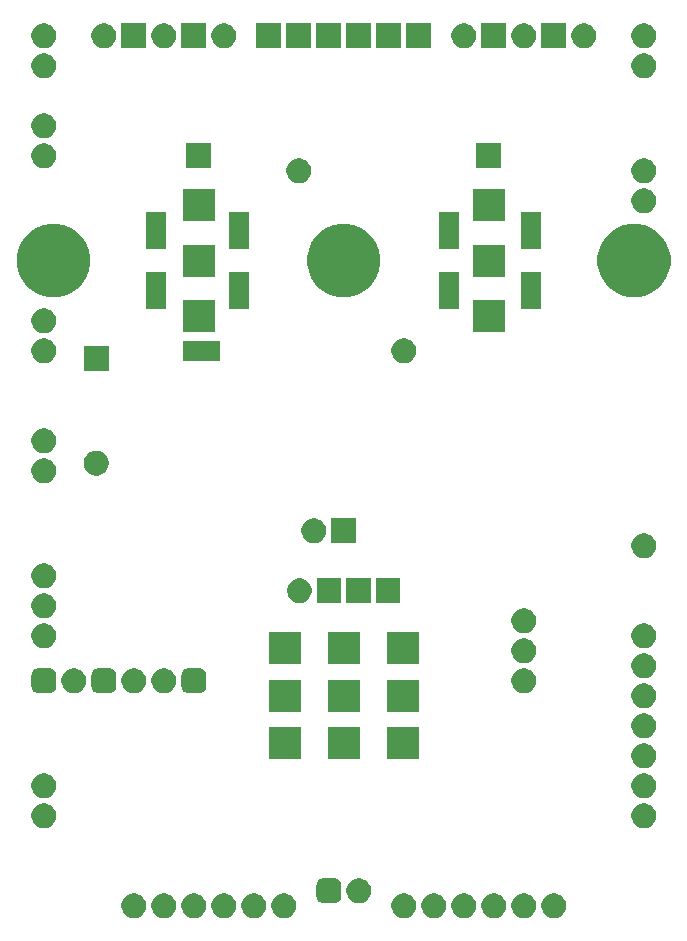
<source format=gbr>
G04 #@! TF.GenerationSoftware,KiCad,Pcbnew,5.1.6-c6e7f7d~87~ubuntu19.10.1*
G04 #@! TF.CreationDate,2023-03-12T15:13:21+06:00*
G04 #@! TF.ProjectId,little_angel_chorus_r2a,6c697474-6c65-45f6-916e-67656c5f6368,2A*
G04 #@! TF.SameCoordinates,Original*
G04 #@! TF.FileFunction,Soldermask,Bot*
G04 #@! TF.FilePolarity,Negative*
%FSLAX46Y46*%
G04 Gerber Fmt 4.6, Leading zero omitted, Abs format (unit mm)*
G04 Created by KiCad (PCBNEW 5.1.6-c6e7f7d~87~ubuntu19.10.1) date 2023-03-12 15:13:21*
%MOMM*%
%LPD*%
G01*
G04 APERTURE LIST*
%ADD10C,0.100000*%
G04 APERTURE END LIST*
D10*
G36*
X123496274Y-200920350D02*
G01*
X123687362Y-200999502D01*
X123859336Y-201114411D01*
X124005589Y-201260664D01*
X124120498Y-201432638D01*
X124199650Y-201623726D01*
X124240000Y-201826584D01*
X124240000Y-202033416D01*
X124199650Y-202236274D01*
X124120498Y-202427362D01*
X124005589Y-202599336D01*
X123859336Y-202745589D01*
X123687362Y-202860498D01*
X123496274Y-202939650D01*
X123293416Y-202980000D01*
X123086584Y-202980000D01*
X122883726Y-202939650D01*
X122692638Y-202860498D01*
X122520664Y-202745589D01*
X122374411Y-202599336D01*
X122259502Y-202427362D01*
X122180350Y-202236274D01*
X122140000Y-202033416D01*
X122140000Y-201826584D01*
X122180350Y-201623726D01*
X122259502Y-201432638D01*
X122374411Y-201260664D01*
X122520664Y-201114411D01*
X122692638Y-200999502D01*
X122883726Y-200920350D01*
X123086584Y-200880000D01*
X123293416Y-200880000D01*
X123496274Y-200920350D01*
G37*
G36*
X120956274Y-200920350D02*
G01*
X121147362Y-200999502D01*
X121319336Y-201114411D01*
X121465589Y-201260664D01*
X121580498Y-201432638D01*
X121659650Y-201623726D01*
X121700000Y-201826584D01*
X121700000Y-202033416D01*
X121659650Y-202236274D01*
X121580498Y-202427362D01*
X121465589Y-202599336D01*
X121319336Y-202745589D01*
X121147362Y-202860498D01*
X120956274Y-202939650D01*
X120753416Y-202980000D01*
X120546584Y-202980000D01*
X120343726Y-202939650D01*
X120152638Y-202860498D01*
X119980664Y-202745589D01*
X119834411Y-202599336D01*
X119719502Y-202427362D01*
X119640350Y-202236274D01*
X119600000Y-202033416D01*
X119600000Y-201826584D01*
X119640350Y-201623726D01*
X119719502Y-201432638D01*
X119834411Y-201260664D01*
X119980664Y-201114411D01*
X120152638Y-200999502D01*
X120343726Y-200920350D01*
X120546584Y-200880000D01*
X120753416Y-200880000D01*
X120956274Y-200920350D01*
G37*
G36*
X93016274Y-200920350D02*
G01*
X93207362Y-200999502D01*
X93379336Y-201114411D01*
X93525589Y-201260664D01*
X93640498Y-201432638D01*
X93719650Y-201623726D01*
X93760000Y-201826584D01*
X93760000Y-202033416D01*
X93719650Y-202236274D01*
X93640498Y-202427362D01*
X93525589Y-202599336D01*
X93379336Y-202745589D01*
X93207362Y-202860498D01*
X93016274Y-202939650D01*
X92813416Y-202980000D01*
X92606584Y-202980000D01*
X92403726Y-202939650D01*
X92212638Y-202860498D01*
X92040664Y-202745589D01*
X91894411Y-202599336D01*
X91779502Y-202427362D01*
X91700350Y-202236274D01*
X91660000Y-202033416D01*
X91660000Y-201826584D01*
X91700350Y-201623726D01*
X91779502Y-201432638D01*
X91894411Y-201260664D01*
X92040664Y-201114411D01*
X92212638Y-200999502D01*
X92403726Y-200920350D01*
X92606584Y-200880000D01*
X92813416Y-200880000D01*
X93016274Y-200920350D01*
G37*
G36*
X90476274Y-200920350D02*
G01*
X90667362Y-200999502D01*
X90839336Y-201114411D01*
X90985589Y-201260664D01*
X91100498Y-201432638D01*
X91179650Y-201623726D01*
X91220000Y-201826584D01*
X91220000Y-202033416D01*
X91179650Y-202236274D01*
X91100498Y-202427362D01*
X90985589Y-202599336D01*
X90839336Y-202745589D01*
X90667362Y-202860498D01*
X90476274Y-202939650D01*
X90273416Y-202980000D01*
X90066584Y-202980000D01*
X89863726Y-202939650D01*
X89672638Y-202860498D01*
X89500664Y-202745589D01*
X89354411Y-202599336D01*
X89239502Y-202427362D01*
X89160350Y-202236274D01*
X89120000Y-202033416D01*
X89120000Y-201826584D01*
X89160350Y-201623726D01*
X89239502Y-201432638D01*
X89354411Y-201260664D01*
X89500664Y-201114411D01*
X89672638Y-200999502D01*
X89863726Y-200920350D01*
X90066584Y-200880000D01*
X90273416Y-200880000D01*
X90476274Y-200920350D01*
G37*
G36*
X87936274Y-200920350D02*
G01*
X88127362Y-200999502D01*
X88299336Y-201114411D01*
X88445589Y-201260664D01*
X88560498Y-201432638D01*
X88639650Y-201623726D01*
X88680000Y-201826584D01*
X88680000Y-202033416D01*
X88639650Y-202236274D01*
X88560498Y-202427362D01*
X88445589Y-202599336D01*
X88299336Y-202745589D01*
X88127362Y-202860498D01*
X87936274Y-202939650D01*
X87733416Y-202980000D01*
X87526584Y-202980000D01*
X87323726Y-202939650D01*
X87132638Y-202860498D01*
X86960664Y-202745589D01*
X86814411Y-202599336D01*
X86699502Y-202427362D01*
X86620350Y-202236274D01*
X86580000Y-202033416D01*
X86580000Y-201826584D01*
X86620350Y-201623726D01*
X86699502Y-201432638D01*
X86814411Y-201260664D01*
X86960664Y-201114411D01*
X87132638Y-200999502D01*
X87323726Y-200920350D01*
X87526584Y-200880000D01*
X87733416Y-200880000D01*
X87936274Y-200920350D01*
G37*
G36*
X100636274Y-200920350D02*
G01*
X100827362Y-200999502D01*
X100999336Y-201114411D01*
X101145589Y-201260664D01*
X101260498Y-201432638D01*
X101339650Y-201623726D01*
X101380000Y-201826584D01*
X101380000Y-202033416D01*
X101339650Y-202236274D01*
X101260498Y-202427362D01*
X101145589Y-202599336D01*
X100999336Y-202745589D01*
X100827362Y-202860498D01*
X100636274Y-202939650D01*
X100433416Y-202980000D01*
X100226584Y-202980000D01*
X100023726Y-202939650D01*
X99832638Y-202860498D01*
X99660664Y-202745589D01*
X99514411Y-202599336D01*
X99399502Y-202427362D01*
X99320350Y-202236274D01*
X99280000Y-202033416D01*
X99280000Y-201826584D01*
X99320350Y-201623726D01*
X99399502Y-201432638D01*
X99514411Y-201260664D01*
X99660664Y-201114411D01*
X99832638Y-200999502D01*
X100023726Y-200920350D01*
X100226584Y-200880000D01*
X100433416Y-200880000D01*
X100636274Y-200920350D01*
G37*
G36*
X98096274Y-200920350D02*
G01*
X98287362Y-200999502D01*
X98459336Y-201114411D01*
X98605589Y-201260664D01*
X98720498Y-201432638D01*
X98799650Y-201623726D01*
X98840000Y-201826584D01*
X98840000Y-202033416D01*
X98799650Y-202236274D01*
X98720498Y-202427362D01*
X98605589Y-202599336D01*
X98459336Y-202745589D01*
X98287362Y-202860498D01*
X98096274Y-202939650D01*
X97893416Y-202980000D01*
X97686584Y-202980000D01*
X97483726Y-202939650D01*
X97292638Y-202860498D01*
X97120664Y-202745589D01*
X96974411Y-202599336D01*
X96859502Y-202427362D01*
X96780350Y-202236274D01*
X96740000Y-202033416D01*
X96740000Y-201826584D01*
X96780350Y-201623726D01*
X96859502Y-201432638D01*
X96974411Y-201260664D01*
X97120664Y-201114411D01*
X97292638Y-200999502D01*
X97483726Y-200920350D01*
X97686584Y-200880000D01*
X97893416Y-200880000D01*
X98096274Y-200920350D01*
G37*
G36*
X110796274Y-200920350D02*
G01*
X110987362Y-200999502D01*
X111159336Y-201114411D01*
X111305589Y-201260664D01*
X111420498Y-201432638D01*
X111499650Y-201623726D01*
X111540000Y-201826584D01*
X111540000Y-202033416D01*
X111499650Y-202236274D01*
X111420498Y-202427362D01*
X111305589Y-202599336D01*
X111159336Y-202745589D01*
X110987362Y-202860498D01*
X110796274Y-202939650D01*
X110593416Y-202980000D01*
X110386584Y-202980000D01*
X110183726Y-202939650D01*
X109992638Y-202860498D01*
X109820664Y-202745589D01*
X109674411Y-202599336D01*
X109559502Y-202427362D01*
X109480350Y-202236274D01*
X109440000Y-202033416D01*
X109440000Y-201826584D01*
X109480350Y-201623726D01*
X109559502Y-201432638D01*
X109674411Y-201260664D01*
X109820664Y-201114411D01*
X109992638Y-200999502D01*
X110183726Y-200920350D01*
X110386584Y-200880000D01*
X110593416Y-200880000D01*
X110796274Y-200920350D01*
G37*
G36*
X113336274Y-200920350D02*
G01*
X113527362Y-200999502D01*
X113699336Y-201114411D01*
X113845589Y-201260664D01*
X113960498Y-201432638D01*
X114039650Y-201623726D01*
X114080000Y-201826584D01*
X114080000Y-202033416D01*
X114039650Y-202236274D01*
X113960498Y-202427362D01*
X113845589Y-202599336D01*
X113699336Y-202745589D01*
X113527362Y-202860498D01*
X113336274Y-202939650D01*
X113133416Y-202980000D01*
X112926584Y-202980000D01*
X112723726Y-202939650D01*
X112532638Y-202860498D01*
X112360664Y-202745589D01*
X112214411Y-202599336D01*
X112099502Y-202427362D01*
X112020350Y-202236274D01*
X111980000Y-202033416D01*
X111980000Y-201826584D01*
X112020350Y-201623726D01*
X112099502Y-201432638D01*
X112214411Y-201260664D01*
X112360664Y-201114411D01*
X112532638Y-200999502D01*
X112723726Y-200920350D01*
X112926584Y-200880000D01*
X113133416Y-200880000D01*
X113336274Y-200920350D01*
G37*
G36*
X115876274Y-200920350D02*
G01*
X116067362Y-200999502D01*
X116239336Y-201114411D01*
X116385589Y-201260664D01*
X116500498Y-201432638D01*
X116579650Y-201623726D01*
X116620000Y-201826584D01*
X116620000Y-202033416D01*
X116579650Y-202236274D01*
X116500498Y-202427362D01*
X116385589Y-202599336D01*
X116239336Y-202745589D01*
X116067362Y-202860498D01*
X115876274Y-202939650D01*
X115673416Y-202980000D01*
X115466584Y-202980000D01*
X115263726Y-202939650D01*
X115072638Y-202860498D01*
X114900664Y-202745589D01*
X114754411Y-202599336D01*
X114639502Y-202427362D01*
X114560350Y-202236274D01*
X114520000Y-202033416D01*
X114520000Y-201826584D01*
X114560350Y-201623726D01*
X114639502Y-201432638D01*
X114754411Y-201260664D01*
X114900664Y-201114411D01*
X115072638Y-200999502D01*
X115263726Y-200920350D01*
X115466584Y-200880000D01*
X115673416Y-200880000D01*
X115876274Y-200920350D01*
G37*
G36*
X118416274Y-200920350D02*
G01*
X118607362Y-200999502D01*
X118779336Y-201114411D01*
X118925589Y-201260664D01*
X119040498Y-201432638D01*
X119119650Y-201623726D01*
X119160000Y-201826584D01*
X119160000Y-202033416D01*
X119119650Y-202236274D01*
X119040498Y-202427362D01*
X118925589Y-202599336D01*
X118779336Y-202745589D01*
X118607362Y-202860498D01*
X118416274Y-202939650D01*
X118213416Y-202980000D01*
X118006584Y-202980000D01*
X117803726Y-202939650D01*
X117612638Y-202860498D01*
X117440664Y-202745589D01*
X117294411Y-202599336D01*
X117179502Y-202427362D01*
X117100350Y-202236274D01*
X117060000Y-202033416D01*
X117060000Y-201826584D01*
X117100350Y-201623726D01*
X117179502Y-201432638D01*
X117294411Y-201260664D01*
X117440664Y-201114411D01*
X117612638Y-200999502D01*
X117803726Y-200920350D01*
X118006584Y-200880000D01*
X118213416Y-200880000D01*
X118416274Y-200920350D01*
G37*
G36*
X95556274Y-200920350D02*
G01*
X95747362Y-200999502D01*
X95919336Y-201114411D01*
X96065589Y-201260664D01*
X96180498Y-201432638D01*
X96259650Y-201623726D01*
X96300000Y-201826584D01*
X96300000Y-202033416D01*
X96259650Y-202236274D01*
X96180498Y-202427362D01*
X96065589Y-202599336D01*
X95919336Y-202745589D01*
X95747362Y-202860498D01*
X95556274Y-202939650D01*
X95353416Y-202980000D01*
X95146584Y-202980000D01*
X94943726Y-202939650D01*
X94752638Y-202860498D01*
X94580664Y-202745589D01*
X94434411Y-202599336D01*
X94319502Y-202427362D01*
X94240350Y-202236274D01*
X94200000Y-202033416D01*
X94200000Y-201826584D01*
X94240350Y-201623726D01*
X94319502Y-201432638D01*
X94434411Y-201260664D01*
X94580664Y-201114411D01*
X94752638Y-200999502D01*
X94943726Y-200920350D01*
X95146584Y-200880000D01*
X95353416Y-200880000D01*
X95556274Y-200920350D01*
G37*
G36*
X104715007Y-199621811D02*
G01*
X104825599Y-199655358D01*
X104927517Y-199709834D01*
X105016851Y-199783149D01*
X105090166Y-199872483D01*
X105144642Y-199974401D01*
X105178189Y-200084993D01*
X105190000Y-200204908D01*
X105190000Y-201115092D01*
X105178189Y-201235007D01*
X105144642Y-201345599D01*
X105090166Y-201447517D01*
X105016851Y-201536851D01*
X104927517Y-201610166D01*
X104825599Y-201664642D01*
X104715007Y-201698189D01*
X104595092Y-201710000D01*
X103684908Y-201710000D01*
X103564993Y-201698189D01*
X103454401Y-201664642D01*
X103352483Y-201610166D01*
X103263149Y-201536851D01*
X103189834Y-201447517D01*
X103135358Y-201345599D01*
X103101811Y-201235007D01*
X103090000Y-201115092D01*
X103090000Y-200204908D01*
X103101811Y-200084993D01*
X103135358Y-199974401D01*
X103189834Y-199872483D01*
X103263149Y-199783149D01*
X103352483Y-199709834D01*
X103454401Y-199655358D01*
X103564993Y-199621811D01*
X103684908Y-199610000D01*
X104595092Y-199610000D01*
X104715007Y-199621811D01*
G37*
G36*
X106986274Y-199650350D02*
G01*
X107177362Y-199729502D01*
X107349336Y-199844411D01*
X107495589Y-199990664D01*
X107610498Y-200162638D01*
X107689650Y-200353726D01*
X107730000Y-200556584D01*
X107730000Y-200763416D01*
X107689650Y-200966274D01*
X107610498Y-201157362D01*
X107495589Y-201329336D01*
X107349336Y-201475589D01*
X107177362Y-201590498D01*
X106986274Y-201669650D01*
X106783416Y-201710000D01*
X106576584Y-201710000D01*
X106373726Y-201669650D01*
X106182638Y-201590498D01*
X106010664Y-201475589D01*
X105864411Y-201329336D01*
X105749502Y-201157362D01*
X105670350Y-200966274D01*
X105630000Y-200763416D01*
X105630000Y-200556584D01*
X105670350Y-200353726D01*
X105749502Y-200162638D01*
X105864411Y-199990664D01*
X106010664Y-199844411D01*
X106182638Y-199729502D01*
X106373726Y-199650350D01*
X106576584Y-199610000D01*
X106783416Y-199610000D01*
X106986274Y-199650350D01*
G37*
G36*
X80316274Y-193300350D02*
G01*
X80507362Y-193379502D01*
X80679336Y-193494411D01*
X80825589Y-193640664D01*
X80940498Y-193812638D01*
X81019650Y-194003726D01*
X81060000Y-194206584D01*
X81060000Y-194413416D01*
X81019650Y-194616274D01*
X80940498Y-194807362D01*
X80825589Y-194979336D01*
X80679336Y-195125589D01*
X80507362Y-195240498D01*
X80316274Y-195319650D01*
X80113416Y-195360000D01*
X79906584Y-195360000D01*
X79703726Y-195319650D01*
X79512638Y-195240498D01*
X79340664Y-195125589D01*
X79194411Y-194979336D01*
X79079502Y-194807362D01*
X79000350Y-194616274D01*
X78960000Y-194413416D01*
X78960000Y-194206584D01*
X79000350Y-194003726D01*
X79079502Y-193812638D01*
X79194411Y-193640664D01*
X79340664Y-193494411D01*
X79512638Y-193379502D01*
X79703726Y-193300350D01*
X79906584Y-193260000D01*
X80113416Y-193260000D01*
X80316274Y-193300350D01*
G37*
G36*
X131116274Y-193300350D02*
G01*
X131307362Y-193379502D01*
X131479336Y-193494411D01*
X131625589Y-193640664D01*
X131740498Y-193812638D01*
X131819650Y-194003726D01*
X131860000Y-194206584D01*
X131860000Y-194413416D01*
X131819650Y-194616274D01*
X131740498Y-194807362D01*
X131625589Y-194979336D01*
X131479336Y-195125589D01*
X131307362Y-195240498D01*
X131116274Y-195319650D01*
X130913416Y-195360000D01*
X130706584Y-195360000D01*
X130503726Y-195319650D01*
X130312638Y-195240498D01*
X130140664Y-195125589D01*
X129994411Y-194979336D01*
X129879502Y-194807362D01*
X129800350Y-194616274D01*
X129760000Y-194413416D01*
X129760000Y-194206584D01*
X129800350Y-194003726D01*
X129879502Y-193812638D01*
X129994411Y-193640664D01*
X130140664Y-193494411D01*
X130312638Y-193379502D01*
X130503726Y-193300350D01*
X130706584Y-193260000D01*
X130913416Y-193260000D01*
X131116274Y-193300350D01*
G37*
G36*
X131116274Y-190760350D02*
G01*
X131307362Y-190839502D01*
X131479336Y-190954411D01*
X131625589Y-191100664D01*
X131740498Y-191272638D01*
X131819650Y-191463726D01*
X131860000Y-191666584D01*
X131860000Y-191873416D01*
X131819650Y-192076274D01*
X131740498Y-192267362D01*
X131625589Y-192439336D01*
X131479336Y-192585589D01*
X131307362Y-192700498D01*
X131116274Y-192779650D01*
X130913416Y-192820000D01*
X130706584Y-192820000D01*
X130503726Y-192779650D01*
X130312638Y-192700498D01*
X130140664Y-192585589D01*
X129994411Y-192439336D01*
X129879502Y-192267362D01*
X129800350Y-192076274D01*
X129760000Y-191873416D01*
X129760000Y-191666584D01*
X129800350Y-191463726D01*
X129879502Y-191272638D01*
X129994411Y-191100664D01*
X130140664Y-190954411D01*
X130312638Y-190839502D01*
X130503726Y-190760350D01*
X130706584Y-190720000D01*
X130913416Y-190720000D01*
X131116274Y-190760350D01*
G37*
G36*
X80316274Y-190760350D02*
G01*
X80507362Y-190839502D01*
X80679336Y-190954411D01*
X80825589Y-191100664D01*
X80940498Y-191272638D01*
X81019650Y-191463726D01*
X81060000Y-191666584D01*
X81060000Y-191873416D01*
X81019650Y-192076274D01*
X80940498Y-192267362D01*
X80825589Y-192439336D01*
X80679336Y-192585589D01*
X80507362Y-192700498D01*
X80316274Y-192779650D01*
X80113416Y-192820000D01*
X79906584Y-192820000D01*
X79703726Y-192779650D01*
X79512638Y-192700498D01*
X79340664Y-192585589D01*
X79194411Y-192439336D01*
X79079502Y-192267362D01*
X79000350Y-192076274D01*
X78960000Y-191873416D01*
X78960000Y-191666584D01*
X79000350Y-191463726D01*
X79079502Y-191272638D01*
X79194411Y-191100664D01*
X79340664Y-190954411D01*
X79512638Y-190839502D01*
X79703726Y-190760350D01*
X79906584Y-190720000D01*
X80113416Y-190720000D01*
X80316274Y-190760350D01*
G37*
G36*
X131116274Y-188220350D02*
G01*
X131307362Y-188299502D01*
X131479336Y-188414411D01*
X131625589Y-188560664D01*
X131740498Y-188732638D01*
X131819650Y-188923726D01*
X131860000Y-189126584D01*
X131860000Y-189333416D01*
X131819650Y-189536274D01*
X131740498Y-189727362D01*
X131625589Y-189899336D01*
X131479336Y-190045589D01*
X131307362Y-190160498D01*
X131116274Y-190239650D01*
X130913416Y-190280000D01*
X130706584Y-190280000D01*
X130503726Y-190239650D01*
X130312638Y-190160498D01*
X130140664Y-190045589D01*
X129994411Y-189899336D01*
X129879502Y-189727362D01*
X129800350Y-189536274D01*
X129760000Y-189333416D01*
X129760000Y-189126584D01*
X129800350Y-188923726D01*
X129879502Y-188732638D01*
X129994411Y-188560664D01*
X130140664Y-188414411D01*
X130312638Y-188299502D01*
X130503726Y-188220350D01*
X130706584Y-188180000D01*
X130913416Y-188180000D01*
X131116274Y-188220350D01*
G37*
G36*
X101760000Y-189500000D02*
G01*
X99060000Y-189500000D01*
X99060000Y-186800000D01*
X101760000Y-186800000D01*
X101760000Y-189500000D01*
G37*
G36*
X106760000Y-189500000D02*
G01*
X104060000Y-189500000D01*
X104060000Y-186800000D01*
X106760000Y-186800000D01*
X106760000Y-189500000D01*
G37*
G36*
X111760000Y-189500000D02*
G01*
X109060000Y-189500000D01*
X109060000Y-186800000D01*
X111760000Y-186800000D01*
X111760000Y-189500000D01*
G37*
G36*
X131116274Y-185680350D02*
G01*
X131307362Y-185759502D01*
X131479336Y-185874411D01*
X131625589Y-186020664D01*
X131740498Y-186192638D01*
X131819650Y-186383726D01*
X131860000Y-186586584D01*
X131860000Y-186793416D01*
X131819650Y-186996274D01*
X131740498Y-187187362D01*
X131625589Y-187359336D01*
X131479336Y-187505589D01*
X131307362Y-187620498D01*
X131116274Y-187699650D01*
X130913416Y-187740000D01*
X130706584Y-187740000D01*
X130503726Y-187699650D01*
X130312638Y-187620498D01*
X130140664Y-187505589D01*
X129994411Y-187359336D01*
X129879502Y-187187362D01*
X129800350Y-186996274D01*
X129760000Y-186793416D01*
X129760000Y-186586584D01*
X129800350Y-186383726D01*
X129879502Y-186192638D01*
X129994411Y-186020664D01*
X130140664Y-185874411D01*
X130312638Y-185759502D01*
X130503726Y-185680350D01*
X130706584Y-185640000D01*
X130913416Y-185640000D01*
X131116274Y-185680350D01*
G37*
G36*
X106760000Y-185500000D02*
G01*
X104060000Y-185500000D01*
X104060000Y-182800000D01*
X106760000Y-182800000D01*
X106760000Y-185500000D01*
G37*
G36*
X101760000Y-185500000D02*
G01*
X99060000Y-185500000D01*
X99060000Y-182800000D01*
X101760000Y-182800000D01*
X101760000Y-185500000D01*
G37*
G36*
X111760000Y-185500000D02*
G01*
X109060000Y-185500000D01*
X109060000Y-182800000D01*
X111760000Y-182800000D01*
X111760000Y-185500000D01*
G37*
G36*
X131116274Y-183140350D02*
G01*
X131307362Y-183219502D01*
X131479336Y-183334411D01*
X131625589Y-183480664D01*
X131740498Y-183652638D01*
X131819650Y-183843726D01*
X131860000Y-184046584D01*
X131860000Y-184253416D01*
X131819650Y-184456274D01*
X131740498Y-184647362D01*
X131625589Y-184819336D01*
X131479336Y-184965589D01*
X131307362Y-185080498D01*
X131116274Y-185159650D01*
X130913416Y-185200000D01*
X130706584Y-185200000D01*
X130503726Y-185159650D01*
X130312638Y-185080498D01*
X130140664Y-184965589D01*
X129994411Y-184819336D01*
X129879502Y-184647362D01*
X129800350Y-184456274D01*
X129760000Y-184253416D01*
X129760000Y-184046584D01*
X129800350Y-183843726D01*
X129879502Y-183652638D01*
X129994411Y-183480664D01*
X130140664Y-183334411D01*
X130312638Y-183219502D01*
X130503726Y-183140350D01*
X130706584Y-183100000D01*
X130913416Y-183100000D01*
X131116274Y-183140350D01*
G37*
G36*
X80585007Y-181841811D02*
G01*
X80695599Y-181875358D01*
X80797517Y-181929834D01*
X80886851Y-182003149D01*
X80960166Y-182092483D01*
X81014642Y-182194401D01*
X81048189Y-182304993D01*
X81060000Y-182424908D01*
X81060000Y-183335092D01*
X81048189Y-183455007D01*
X81014642Y-183565599D01*
X80960166Y-183667517D01*
X80886851Y-183756851D01*
X80797517Y-183830166D01*
X80695599Y-183884642D01*
X80585007Y-183918189D01*
X80465092Y-183930000D01*
X79554908Y-183930000D01*
X79434993Y-183918189D01*
X79324401Y-183884642D01*
X79222483Y-183830166D01*
X79133149Y-183756851D01*
X79059834Y-183667517D01*
X79005358Y-183565599D01*
X78971811Y-183455007D01*
X78960000Y-183335092D01*
X78960000Y-182424908D01*
X78971811Y-182304993D01*
X79005358Y-182194401D01*
X79059834Y-182092483D01*
X79133149Y-182003149D01*
X79222483Y-181929834D01*
X79324401Y-181875358D01*
X79434993Y-181841811D01*
X79554908Y-181830000D01*
X80465092Y-181830000D01*
X80585007Y-181841811D01*
G37*
G36*
X85665007Y-181841811D02*
G01*
X85775599Y-181875358D01*
X85877517Y-181929834D01*
X85966851Y-182003149D01*
X86040166Y-182092483D01*
X86094642Y-182194401D01*
X86128189Y-182304993D01*
X86140000Y-182424908D01*
X86140000Y-183335092D01*
X86128189Y-183455007D01*
X86094642Y-183565599D01*
X86040166Y-183667517D01*
X85966851Y-183756851D01*
X85877517Y-183830166D01*
X85775599Y-183884642D01*
X85665007Y-183918189D01*
X85545092Y-183930000D01*
X84634908Y-183930000D01*
X84514993Y-183918189D01*
X84404401Y-183884642D01*
X84302483Y-183830166D01*
X84213149Y-183756851D01*
X84139834Y-183667517D01*
X84085358Y-183565599D01*
X84051811Y-183455007D01*
X84040000Y-183335092D01*
X84040000Y-182424908D01*
X84051811Y-182304993D01*
X84085358Y-182194401D01*
X84139834Y-182092483D01*
X84213149Y-182003149D01*
X84302483Y-181929834D01*
X84404401Y-181875358D01*
X84514993Y-181841811D01*
X84634908Y-181830000D01*
X85545092Y-181830000D01*
X85665007Y-181841811D01*
G37*
G36*
X93285007Y-181841811D02*
G01*
X93395599Y-181875358D01*
X93497517Y-181929834D01*
X93586851Y-182003149D01*
X93660166Y-182092483D01*
X93714642Y-182194401D01*
X93748189Y-182304993D01*
X93760000Y-182424908D01*
X93760000Y-183335092D01*
X93748189Y-183455007D01*
X93714642Y-183565599D01*
X93660166Y-183667517D01*
X93586851Y-183756851D01*
X93497517Y-183830166D01*
X93395599Y-183884642D01*
X93285007Y-183918189D01*
X93165092Y-183930000D01*
X92254908Y-183930000D01*
X92134993Y-183918189D01*
X92024401Y-183884642D01*
X91922483Y-183830166D01*
X91833149Y-183756851D01*
X91759834Y-183667517D01*
X91705358Y-183565599D01*
X91671811Y-183455007D01*
X91660000Y-183335092D01*
X91660000Y-182424908D01*
X91671811Y-182304993D01*
X91705358Y-182194401D01*
X91759834Y-182092483D01*
X91833149Y-182003149D01*
X91922483Y-181929834D01*
X92024401Y-181875358D01*
X92134993Y-181841811D01*
X92254908Y-181830000D01*
X93165092Y-181830000D01*
X93285007Y-181841811D01*
G37*
G36*
X87936274Y-181870350D02*
G01*
X88127362Y-181949502D01*
X88299336Y-182064411D01*
X88445589Y-182210664D01*
X88560498Y-182382638D01*
X88639650Y-182573726D01*
X88680000Y-182776584D01*
X88680000Y-182983416D01*
X88639650Y-183186274D01*
X88560498Y-183377362D01*
X88445589Y-183549336D01*
X88299336Y-183695589D01*
X88127362Y-183810498D01*
X87936274Y-183889650D01*
X87733416Y-183930000D01*
X87526584Y-183930000D01*
X87323726Y-183889650D01*
X87132638Y-183810498D01*
X86960664Y-183695589D01*
X86814411Y-183549336D01*
X86699502Y-183377362D01*
X86620350Y-183186274D01*
X86580000Y-182983416D01*
X86580000Y-182776584D01*
X86620350Y-182573726D01*
X86699502Y-182382638D01*
X86814411Y-182210664D01*
X86960664Y-182064411D01*
X87132638Y-181949502D01*
X87323726Y-181870350D01*
X87526584Y-181830000D01*
X87733416Y-181830000D01*
X87936274Y-181870350D01*
G37*
G36*
X120956274Y-181870350D02*
G01*
X121147362Y-181949502D01*
X121319336Y-182064411D01*
X121465589Y-182210664D01*
X121580498Y-182382638D01*
X121659650Y-182573726D01*
X121700000Y-182776584D01*
X121700000Y-182983416D01*
X121659650Y-183186274D01*
X121580498Y-183377362D01*
X121465589Y-183549336D01*
X121319336Y-183695589D01*
X121147362Y-183810498D01*
X120956274Y-183889650D01*
X120753416Y-183930000D01*
X120546584Y-183930000D01*
X120343726Y-183889650D01*
X120152638Y-183810498D01*
X119980664Y-183695589D01*
X119834411Y-183549336D01*
X119719502Y-183377362D01*
X119640350Y-183186274D01*
X119600000Y-182983416D01*
X119600000Y-182776584D01*
X119640350Y-182573726D01*
X119719502Y-182382638D01*
X119834411Y-182210664D01*
X119980664Y-182064411D01*
X120152638Y-181949502D01*
X120343726Y-181870350D01*
X120546584Y-181830000D01*
X120753416Y-181830000D01*
X120956274Y-181870350D01*
G37*
G36*
X82856274Y-181870350D02*
G01*
X83047362Y-181949502D01*
X83219336Y-182064411D01*
X83365589Y-182210664D01*
X83480498Y-182382638D01*
X83559650Y-182573726D01*
X83600000Y-182776584D01*
X83600000Y-182983416D01*
X83559650Y-183186274D01*
X83480498Y-183377362D01*
X83365589Y-183549336D01*
X83219336Y-183695589D01*
X83047362Y-183810498D01*
X82856274Y-183889650D01*
X82653416Y-183930000D01*
X82446584Y-183930000D01*
X82243726Y-183889650D01*
X82052638Y-183810498D01*
X81880664Y-183695589D01*
X81734411Y-183549336D01*
X81619502Y-183377362D01*
X81540350Y-183186274D01*
X81500000Y-182983416D01*
X81500000Y-182776584D01*
X81540350Y-182573726D01*
X81619502Y-182382638D01*
X81734411Y-182210664D01*
X81880664Y-182064411D01*
X82052638Y-181949502D01*
X82243726Y-181870350D01*
X82446584Y-181830000D01*
X82653416Y-181830000D01*
X82856274Y-181870350D01*
G37*
G36*
X90476274Y-181870350D02*
G01*
X90667362Y-181949502D01*
X90839336Y-182064411D01*
X90985589Y-182210664D01*
X91100498Y-182382638D01*
X91179650Y-182573726D01*
X91220000Y-182776584D01*
X91220000Y-182983416D01*
X91179650Y-183186274D01*
X91100498Y-183377362D01*
X90985589Y-183549336D01*
X90839336Y-183695589D01*
X90667362Y-183810498D01*
X90476274Y-183889650D01*
X90273416Y-183930000D01*
X90066584Y-183930000D01*
X89863726Y-183889650D01*
X89672638Y-183810498D01*
X89500664Y-183695589D01*
X89354411Y-183549336D01*
X89239502Y-183377362D01*
X89160350Y-183186274D01*
X89120000Y-182983416D01*
X89120000Y-182776584D01*
X89160350Y-182573726D01*
X89239502Y-182382638D01*
X89354411Y-182210664D01*
X89500664Y-182064411D01*
X89672638Y-181949502D01*
X89863726Y-181870350D01*
X90066584Y-181830000D01*
X90273416Y-181830000D01*
X90476274Y-181870350D01*
G37*
G36*
X131116274Y-180600350D02*
G01*
X131307362Y-180679502D01*
X131479336Y-180794411D01*
X131625589Y-180940664D01*
X131740498Y-181112638D01*
X131819650Y-181303726D01*
X131860000Y-181506584D01*
X131860000Y-181713416D01*
X131819650Y-181916274D01*
X131740498Y-182107362D01*
X131625589Y-182279336D01*
X131479336Y-182425589D01*
X131307362Y-182540498D01*
X131116274Y-182619650D01*
X130913416Y-182660000D01*
X130706584Y-182660000D01*
X130503726Y-182619650D01*
X130312638Y-182540498D01*
X130140664Y-182425589D01*
X129994411Y-182279336D01*
X129879502Y-182107362D01*
X129800350Y-181916274D01*
X129760000Y-181713416D01*
X129760000Y-181506584D01*
X129800350Y-181303726D01*
X129879502Y-181112638D01*
X129994411Y-180940664D01*
X130140664Y-180794411D01*
X130312638Y-180679502D01*
X130503726Y-180600350D01*
X130706584Y-180560000D01*
X130913416Y-180560000D01*
X131116274Y-180600350D01*
G37*
G36*
X111760000Y-181500000D02*
G01*
X109060000Y-181500000D01*
X109060000Y-178800000D01*
X111760000Y-178800000D01*
X111760000Y-181500000D01*
G37*
G36*
X106760000Y-181500000D02*
G01*
X104060000Y-181500000D01*
X104060000Y-178800000D01*
X106760000Y-178800000D01*
X106760000Y-181500000D01*
G37*
G36*
X101760000Y-181500000D02*
G01*
X99060000Y-181500000D01*
X99060000Y-178800000D01*
X101760000Y-178800000D01*
X101760000Y-181500000D01*
G37*
G36*
X120956274Y-179330350D02*
G01*
X121147362Y-179409502D01*
X121319336Y-179524411D01*
X121465589Y-179670664D01*
X121580498Y-179842638D01*
X121659650Y-180033726D01*
X121700000Y-180236584D01*
X121700000Y-180443416D01*
X121659650Y-180646274D01*
X121580498Y-180837362D01*
X121465589Y-181009336D01*
X121319336Y-181155589D01*
X121147362Y-181270498D01*
X120956274Y-181349650D01*
X120753416Y-181390000D01*
X120546584Y-181390000D01*
X120343726Y-181349650D01*
X120152638Y-181270498D01*
X119980664Y-181155589D01*
X119834411Y-181009336D01*
X119719502Y-180837362D01*
X119640350Y-180646274D01*
X119600000Y-180443416D01*
X119600000Y-180236584D01*
X119640350Y-180033726D01*
X119719502Y-179842638D01*
X119834411Y-179670664D01*
X119980664Y-179524411D01*
X120152638Y-179409502D01*
X120343726Y-179330350D01*
X120546584Y-179290000D01*
X120753416Y-179290000D01*
X120956274Y-179330350D01*
G37*
G36*
X80316274Y-178060350D02*
G01*
X80507362Y-178139502D01*
X80679336Y-178254411D01*
X80825589Y-178400664D01*
X80940498Y-178572638D01*
X81019650Y-178763726D01*
X81060000Y-178966584D01*
X81060000Y-179173416D01*
X81019650Y-179376274D01*
X80940498Y-179567362D01*
X80825589Y-179739336D01*
X80679336Y-179885589D01*
X80507362Y-180000498D01*
X80316274Y-180079650D01*
X80113416Y-180120000D01*
X79906584Y-180120000D01*
X79703726Y-180079650D01*
X79512638Y-180000498D01*
X79340664Y-179885589D01*
X79194411Y-179739336D01*
X79079502Y-179567362D01*
X79000350Y-179376274D01*
X78960000Y-179173416D01*
X78960000Y-178966584D01*
X79000350Y-178763726D01*
X79079502Y-178572638D01*
X79194411Y-178400664D01*
X79340664Y-178254411D01*
X79512638Y-178139502D01*
X79703726Y-178060350D01*
X79906584Y-178020000D01*
X80113416Y-178020000D01*
X80316274Y-178060350D01*
G37*
G36*
X131116274Y-178060350D02*
G01*
X131307362Y-178139502D01*
X131479336Y-178254411D01*
X131625589Y-178400664D01*
X131740498Y-178572638D01*
X131819650Y-178763726D01*
X131860000Y-178966584D01*
X131860000Y-179173416D01*
X131819650Y-179376274D01*
X131740498Y-179567362D01*
X131625589Y-179739336D01*
X131479336Y-179885589D01*
X131307362Y-180000498D01*
X131116274Y-180079650D01*
X130913416Y-180120000D01*
X130706584Y-180120000D01*
X130503726Y-180079650D01*
X130312638Y-180000498D01*
X130140664Y-179885589D01*
X129994411Y-179739336D01*
X129879502Y-179567362D01*
X129800350Y-179376274D01*
X129760000Y-179173416D01*
X129760000Y-178966584D01*
X129800350Y-178763726D01*
X129879502Y-178572638D01*
X129994411Y-178400664D01*
X130140664Y-178254411D01*
X130312638Y-178139502D01*
X130503726Y-178060350D01*
X130706584Y-178020000D01*
X130913416Y-178020000D01*
X131116274Y-178060350D01*
G37*
G36*
X120956274Y-176790350D02*
G01*
X121147362Y-176869502D01*
X121319336Y-176984411D01*
X121465589Y-177130664D01*
X121580498Y-177302638D01*
X121659650Y-177493726D01*
X121700000Y-177696584D01*
X121700000Y-177903416D01*
X121659650Y-178106274D01*
X121580498Y-178297362D01*
X121465589Y-178469336D01*
X121319336Y-178615589D01*
X121147362Y-178730498D01*
X120956274Y-178809650D01*
X120753416Y-178850000D01*
X120546584Y-178850000D01*
X120343726Y-178809650D01*
X120152638Y-178730498D01*
X119980664Y-178615589D01*
X119834411Y-178469336D01*
X119719502Y-178297362D01*
X119640350Y-178106274D01*
X119600000Y-177903416D01*
X119600000Y-177696584D01*
X119640350Y-177493726D01*
X119719502Y-177302638D01*
X119834411Y-177130664D01*
X119980664Y-176984411D01*
X120152638Y-176869502D01*
X120343726Y-176790350D01*
X120546584Y-176750000D01*
X120753416Y-176750000D01*
X120956274Y-176790350D01*
G37*
G36*
X80316274Y-175520350D02*
G01*
X80507362Y-175599502D01*
X80679336Y-175714411D01*
X80825589Y-175860664D01*
X80940498Y-176032638D01*
X81019650Y-176223726D01*
X81060000Y-176426584D01*
X81060000Y-176633416D01*
X81019650Y-176836274D01*
X80940498Y-177027362D01*
X80825589Y-177199336D01*
X80679336Y-177345589D01*
X80507362Y-177460498D01*
X80316274Y-177539650D01*
X80113416Y-177580000D01*
X79906584Y-177580000D01*
X79703726Y-177539650D01*
X79512638Y-177460498D01*
X79340664Y-177345589D01*
X79194411Y-177199336D01*
X79079502Y-177027362D01*
X79000350Y-176836274D01*
X78960000Y-176633416D01*
X78960000Y-176426584D01*
X79000350Y-176223726D01*
X79079502Y-176032638D01*
X79194411Y-175860664D01*
X79340664Y-175714411D01*
X79512638Y-175599502D01*
X79703726Y-175520350D01*
X79906584Y-175480000D01*
X80113416Y-175480000D01*
X80316274Y-175520350D01*
G37*
G36*
X105210000Y-176310000D02*
G01*
X103110000Y-176310000D01*
X103110000Y-174210000D01*
X105210000Y-174210000D01*
X105210000Y-176310000D01*
G37*
G36*
X107710000Y-176310000D02*
G01*
X105610000Y-176310000D01*
X105610000Y-174210000D01*
X107710000Y-174210000D01*
X107710000Y-176310000D01*
G37*
G36*
X110210000Y-176310000D02*
G01*
X108110000Y-176310000D01*
X108110000Y-174210000D01*
X110210000Y-174210000D01*
X110210000Y-176310000D01*
G37*
G36*
X101966274Y-174250350D02*
G01*
X102157362Y-174329502D01*
X102329336Y-174444411D01*
X102475589Y-174590664D01*
X102590498Y-174762638D01*
X102669650Y-174953726D01*
X102710000Y-175156584D01*
X102710000Y-175363416D01*
X102669650Y-175566274D01*
X102590498Y-175757362D01*
X102475589Y-175929336D01*
X102329336Y-176075589D01*
X102157362Y-176190498D01*
X101966274Y-176269650D01*
X101763416Y-176310000D01*
X101556584Y-176310000D01*
X101353726Y-176269650D01*
X101162638Y-176190498D01*
X100990664Y-176075589D01*
X100844411Y-175929336D01*
X100729502Y-175757362D01*
X100650350Y-175566274D01*
X100610000Y-175363416D01*
X100610000Y-175156584D01*
X100650350Y-174953726D01*
X100729502Y-174762638D01*
X100844411Y-174590664D01*
X100990664Y-174444411D01*
X101162638Y-174329502D01*
X101353726Y-174250350D01*
X101556584Y-174210000D01*
X101763416Y-174210000D01*
X101966274Y-174250350D01*
G37*
G36*
X80316274Y-172980350D02*
G01*
X80507362Y-173059502D01*
X80679336Y-173174411D01*
X80825589Y-173320664D01*
X80940498Y-173492638D01*
X81019650Y-173683726D01*
X81060000Y-173886584D01*
X81060000Y-174093416D01*
X81019650Y-174296274D01*
X80940498Y-174487362D01*
X80825589Y-174659336D01*
X80679336Y-174805589D01*
X80507362Y-174920498D01*
X80316274Y-174999650D01*
X80113416Y-175040000D01*
X79906584Y-175040000D01*
X79703726Y-174999650D01*
X79512638Y-174920498D01*
X79340664Y-174805589D01*
X79194411Y-174659336D01*
X79079502Y-174487362D01*
X79000350Y-174296274D01*
X78960000Y-174093416D01*
X78960000Y-173886584D01*
X79000350Y-173683726D01*
X79079502Y-173492638D01*
X79194411Y-173320664D01*
X79340664Y-173174411D01*
X79512638Y-173059502D01*
X79703726Y-172980350D01*
X79906584Y-172940000D01*
X80113416Y-172940000D01*
X80316274Y-172980350D01*
G37*
G36*
X131116274Y-170440350D02*
G01*
X131307362Y-170519502D01*
X131479336Y-170634411D01*
X131625589Y-170780664D01*
X131740498Y-170952638D01*
X131819650Y-171143726D01*
X131860000Y-171346584D01*
X131860000Y-171553416D01*
X131819650Y-171756274D01*
X131740498Y-171947362D01*
X131625589Y-172119336D01*
X131479336Y-172265589D01*
X131307362Y-172380498D01*
X131116274Y-172459650D01*
X130913416Y-172500000D01*
X130706584Y-172500000D01*
X130503726Y-172459650D01*
X130312638Y-172380498D01*
X130140664Y-172265589D01*
X129994411Y-172119336D01*
X129879502Y-171947362D01*
X129800350Y-171756274D01*
X129760000Y-171553416D01*
X129760000Y-171346584D01*
X129800350Y-171143726D01*
X129879502Y-170952638D01*
X129994411Y-170780664D01*
X130140664Y-170634411D01*
X130312638Y-170519502D01*
X130503726Y-170440350D01*
X130706584Y-170400000D01*
X130913416Y-170400000D01*
X131116274Y-170440350D01*
G37*
G36*
X106460000Y-171230000D02*
G01*
X104360000Y-171230000D01*
X104360000Y-169130000D01*
X106460000Y-169130000D01*
X106460000Y-171230000D01*
G37*
G36*
X103176274Y-169170350D02*
G01*
X103367362Y-169249502D01*
X103539336Y-169364411D01*
X103685589Y-169510664D01*
X103800498Y-169682638D01*
X103879650Y-169873726D01*
X103920000Y-170076584D01*
X103920000Y-170283416D01*
X103879650Y-170486274D01*
X103800498Y-170677362D01*
X103685589Y-170849336D01*
X103539336Y-170995589D01*
X103367362Y-171110498D01*
X103176274Y-171189650D01*
X102973416Y-171230000D01*
X102766584Y-171230000D01*
X102563726Y-171189650D01*
X102372638Y-171110498D01*
X102200664Y-170995589D01*
X102054411Y-170849336D01*
X101939502Y-170677362D01*
X101860350Y-170486274D01*
X101820000Y-170283416D01*
X101820000Y-170076584D01*
X101860350Y-169873726D01*
X101939502Y-169682638D01*
X102054411Y-169510664D01*
X102200664Y-169364411D01*
X102372638Y-169249502D01*
X102563726Y-169170350D01*
X102766584Y-169130000D01*
X102973416Y-169130000D01*
X103176274Y-169170350D01*
G37*
G36*
X80316274Y-164090350D02*
G01*
X80507362Y-164169502D01*
X80679336Y-164284411D01*
X80825589Y-164430664D01*
X80940498Y-164602638D01*
X81019650Y-164793726D01*
X81060000Y-164996584D01*
X81060000Y-165203416D01*
X81019650Y-165406274D01*
X80940498Y-165597362D01*
X80825589Y-165769336D01*
X80679336Y-165915589D01*
X80507362Y-166030498D01*
X80316274Y-166109650D01*
X80113416Y-166150000D01*
X79906584Y-166150000D01*
X79703726Y-166109650D01*
X79512638Y-166030498D01*
X79340664Y-165915589D01*
X79194411Y-165769336D01*
X79079502Y-165597362D01*
X79000350Y-165406274D01*
X78960000Y-165203416D01*
X78960000Y-164996584D01*
X79000350Y-164793726D01*
X79079502Y-164602638D01*
X79194411Y-164430664D01*
X79340664Y-164284411D01*
X79512638Y-164169502D01*
X79703726Y-164090350D01*
X79906584Y-164050000D01*
X80113416Y-164050000D01*
X80316274Y-164090350D01*
G37*
G36*
X84761274Y-163455350D02*
G01*
X84952362Y-163534502D01*
X85124336Y-163649411D01*
X85270589Y-163795664D01*
X85385498Y-163967638D01*
X85464650Y-164158726D01*
X85505000Y-164361584D01*
X85505000Y-164568416D01*
X85464650Y-164771274D01*
X85385498Y-164962362D01*
X85270589Y-165134336D01*
X85124336Y-165280589D01*
X84952362Y-165395498D01*
X84761274Y-165474650D01*
X84558416Y-165515000D01*
X84351584Y-165515000D01*
X84148726Y-165474650D01*
X83957638Y-165395498D01*
X83785664Y-165280589D01*
X83639411Y-165134336D01*
X83524502Y-164962362D01*
X83445350Y-164771274D01*
X83405000Y-164568416D01*
X83405000Y-164361584D01*
X83445350Y-164158726D01*
X83524502Y-163967638D01*
X83639411Y-163795664D01*
X83785664Y-163649411D01*
X83957638Y-163534502D01*
X84148726Y-163455350D01*
X84351584Y-163415000D01*
X84558416Y-163415000D01*
X84761274Y-163455350D01*
G37*
G36*
X80316274Y-161550350D02*
G01*
X80507362Y-161629502D01*
X80679336Y-161744411D01*
X80825589Y-161890664D01*
X80940498Y-162062638D01*
X81019650Y-162253726D01*
X81060000Y-162456584D01*
X81060000Y-162663416D01*
X81019650Y-162866274D01*
X80940498Y-163057362D01*
X80825589Y-163229336D01*
X80679336Y-163375589D01*
X80507362Y-163490498D01*
X80316274Y-163569650D01*
X80113416Y-163610000D01*
X79906584Y-163610000D01*
X79703726Y-163569650D01*
X79512638Y-163490498D01*
X79340664Y-163375589D01*
X79194411Y-163229336D01*
X79079502Y-163057362D01*
X79000350Y-162866274D01*
X78960000Y-162663416D01*
X78960000Y-162456584D01*
X79000350Y-162253726D01*
X79079502Y-162062638D01*
X79194411Y-161890664D01*
X79340664Y-161744411D01*
X79512638Y-161629502D01*
X79703726Y-161550350D01*
X79906584Y-161510000D01*
X80113416Y-161510000D01*
X80316274Y-161550350D01*
G37*
G36*
X85505000Y-156625000D02*
G01*
X83405000Y-156625000D01*
X83405000Y-154525000D01*
X85505000Y-154525000D01*
X85505000Y-156625000D01*
G37*
G36*
X80316274Y-153930350D02*
G01*
X80507362Y-154009502D01*
X80679336Y-154124411D01*
X80825589Y-154270664D01*
X80940498Y-154442638D01*
X81019650Y-154633726D01*
X81060000Y-154836584D01*
X81060000Y-155043416D01*
X81019650Y-155246274D01*
X80940498Y-155437362D01*
X80825589Y-155609336D01*
X80679336Y-155755589D01*
X80507362Y-155870498D01*
X80316274Y-155949650D01*
X80113416Y-155990000D01*
X79906584Y-155990000D01*
X79703726Y-155949650D01*
X79512638Y-155870498D01*
X79340664Y-155755589D01*
X79194411Y-155609336D01*
X79079502Y-155437362D01*
X79000350Y-155246274D01*
X78960000Y-155043416D01*
X78960000Y-154836584D01*
X79000350Y-154633726D01*
X79079502Y-154442638D01*
X79194411Y-154270664D01*
X79340664Y-154124411D01*
X79512638Y-154009502D01*
X79703726Y-153930350D01*
X79906584Y-153890000D01*
X80113416Y-153890000D01*
X80316274Y-153930350D01*
G37*
G36*
X110796274Y-153930350D02*
G01*
X110987362Y-154009502D01*
X111159336Y-154124411D01*
X111305589Y-154270664D01*
X111420498Y-154442638D01*
X111499650Y-154633726D01*
X111540000Y-154836584D01*
X111540000Y-155043416D01*
X111499650Y-155246274D01*
X111420498Y-155437362D01*
X111305589Y-155609336D01*
X111159336Y-155755589D01*
X110987362Y-155870498D01*
X110796274Y-155949650D01*
X110593416Y-155990000D01*
X110386584Y-155990000D01*
X110183726Y-155949650D01*
X109992638Y-155870498D01*
X109820664Y-155755589D01*
X109674411Y-155609336D01*
X109559502Y-155437362D01*
X109480350Y-155246274D01*
X109440000Y-155043416D01*
X109440000Y-154836584D01*
X109480350Y-154633726D01*
X109559502Y-154442638D01*
X109674411Y-154270664D01*
X109820664Y-154124411D01*
X109992638Y-154009502D01*
X110183726Y-153930350D01*
X110386584Y-153890000D01*
X110593416Y-153890000D01*
X110796274Y-153930350D01*
G37*
G36*
X94895000Y-155790000D02*
G01*
X91795000Y-155790000D01*
X91795000Y-154090000D01*
X94895000Y-154090000D01*
X94895000Y-155790000D01*
G37*
G36*
X80316274Y-151390350D02*
G01*
X80507362Y-151469502D01*
X80679336Y-151584411D01*
X80825589Y-151730664D01*
X80940498Y-151902638D01*
X81019650Y-152093726D01*
X81060000Y-152296584D01*
X81060000Y-152503416D01*
X81019650Y-152706274D01*
X80940498Y-152897362D01*
X80825589Y-153069336D01*
X80679336Y-153215589D01*
X80507362Y-153330498D01*
X80316274Y-153409650D01*
X80113416Y-153450000D01*
X79906584Y-153450000D01*
X79703726Y-153409650D01*
X79512638Y-153330498D01*
X79340664Y-153215589D01*
X79194411Y-153069336D01*
X79079502Y-152897362D01*
X79000350Y-152706274D01*
X78960000Y-152503416D01*
X78960000Y-152296584D01*
X79000350Y-152093726D01*
X79079502Y-151902638D01*
X79194411Y-151730664D01*
X79340664Y-151584411D01*
X79512638Y-151469502D01*
X79703726Y-151390350D01*
X79906584Y-151350000D01*
X80113416Y-151350000D01*
X80316274Y-151390350D01*
G37*
G36*
X119045000Y-153370000D02*
G01*
X116345000Y-153370000D01*
X116345000Y-150670000D01*
X119045000Y-150670000D01*
X119045000Y-153370000D01*
G37*
G36*
X94475000Y-153370000D02*
G01*
X91775000Y-153370000D01*
X91775000Y-150670000D01*
X94475000Y-150670000D01*
X94475000Y-153370000D01*
G37*
G36*
X115150000Y-151410000D02*
G01*
X113450000Y-151410000D01*
X113450000Y-148310000D01*
X115150000Y-148310000D01*
X115150000Y-151410000D01*
G37*
G36*
X122135000Y-151410000D02*
G01*
X120435000Y-151410000D01*
X120435000Y-148310000D01*
X122135000Y-148310000D01*
X122135000Y-151410000D01*
G37*
G36*
X90385000Y-151410000D02*
G01*
X88685000Y-151410000D01*
X88685000Y-148310000D01*
X90385000Y-148310000D01*
X90385000Y-151410000D01*
G37*
G36*
X97370000Y-151410000D02*
G01*
X95670000Y-151410000D01*
X95670000Y-148310000D01*
X97370000Y-148310000D01*
X97370000Y-151410000D01*
G37*
G36*
X106314237Y-144339131D02*
G01*
X106878401Y-144572815D01*
X107386135Y-144912072D01*
X107817928Y-145343865D01*
X108157185Y-145851599D01*
X108390869Y-146415763D01*
X108510000Y-147014677D01*
X108510000Y-147625323D01*
X108390869Y-148224237D01*
X108157185Y-148788401D01*
X107817928Y-149296135D01*
X107386135Y-149727928D01*
X106878401Y-150067185D01*
X106314237Y-150300869D01*
X105715323Y-150420000D01*
X105104677Y-150420000D01*
X104505763Y-150300869D01*
X103941599Y-150067185D01*
X103433865Y-149727928D01*
X103002072Y-149296135D01*
X102662815Y-148788401D01*
X102429131Y-148224237D01*
X102310000Y-147625323D01*
X102310000Y-147014677D01*
X102429131Y-146415763D01*
X102662815Y-145851599D01*
X103002072Y-145343865D01*
X103433865Y-144912072D01*
X103941599Y-144572815D01*
X104505763Y-144339131D01*
X105104677Y-144220000D01*
X105715323Y-144220000D01*
X106314237Y-144339131D01*
G37*
G36*
X81744237Y-144339131D02*
G01*
X82308401Y-144572815D01*
X82816135Y-144912072D01*
X83247928Y-145343865D01*
X83587185Y-145851599D01*
X83820869Y-146415763D01*
X83940000Y-147014677D01*
X83940000Y-147625323D01*
X83820869Y-148224237D01*
X83587185Y-148788401D01*
X83247928Y-149296135D01*
X82816135Y-149727928D01*
X82308401Y-150067185D01*
X81744237Y-150300869D01*
X81145323Y-150420000D01*
X80534677Y-150420000D01*
X79935763Y-150300869D01*
X79371599Y-150067185D01*
X78863865Y-149727928D01*
X78432072Y-149296135D01*
X78092815Y-148788401D01*
X77859131Y-148224237D01*
X77740000Y-147625323D01*
X77740000Y-147014677D01*
X77859131Y-146415763D01*
X78092815Y-145851599D01*
X78432072Y-145343865D01*
X78863865Y-144912072D01*
X79371599Y-144572815D01*
X79935763Y-144339131D01*
X80534677Y-144220000D01*
X81145323Y-144220000D01*
X81744237Y-144339131D01*
G37*
G36*
X130884237Y-144339131D02*
G01*
X131448401Y-144572815D01*
X131956135Y-144912072D01*
X132387928Y-145343865D01*
X132727185Y-145851599D01*
X132960869Y-146415763D01*
X133080000Y-147014677D01*
X133080000Y-147625323D01*
X132960869Y-148224237D01*
X132727185Y-148788401D01*
X132387928Y-149296135D01*
X131956135Y-149727928D01*
X131448401Y-150067185D01*
X130884237Y-150300869D01*
X130285323Y-150420000D01*
X129674677Y-150420000D01*
X129075763Y-150300869D01*
X128511599Y-150067185D01*
X128003865Y-149727928D01*
X127572072Y-149296135D01*
X127232815Y-148788401D01*
X126999131Y-148224237D01*
X126880000Y-147625323D01*
X126880000Y-147014677D01*
X126999131Y-146415763D01*
X127232815Y-145851599D01*
X127572072Y-145343865D01*
X128003865Y-144912072D01*
X128511599Y-144572815D01*
X129075763Y-144339131D01*
X129674677Y-144220000D01*
X130285323Y-144220000D01*
X130884237Y-144339131D01*
G37*
G36*
X94475000Y-148670000D02*
G01*
X91775000Y-148670000D01*
X91775000Y-145970000D01*
X94475000Y-145970000D01*
X94475000Y-148670000D01*
G37*
G36*
X119045000Y-148670000D02*
G01*
X116345000Y-148670000D01*
X116345000Y-145970000D01*
X119045000Y-145970000D01*
X119045000Y-148670000D01*
G37*
G36*
X115150000Y-146330000D02*
G01*
X113450000Y-146330000D01*
X113450000Y-143230000D01*
X115150000Y-143230000D01*
X115150000Y-146330000D01*
G37*
G36*
X122135000Y-146330000D02*
G01*
X120435000Y-146330000D01*
X120435000Y-143230000D01*
X122135000Y-143230000D01*
X122135000Y-146330000D01*
G37*
G36*
X90385000Y-146330000D02*
G01*
X88685000Y-146330000D01*
X88685000Y-143230000D01*
X90385000Y-143230000D01*
X90385000Y-146330000D01*
G37*
G36*
X97370000Y-146330000D02*
G01*
X95670000Y-146330000D01*
X95670000Y-143230000D01*
X97370000Y-143230000D01*
X97370000Y-146330000D01*
G37*
G36*
X94475000Y-143970000D02*
G01*
X91775000Y-143970000D01*
X91775000Y-141270000D01*
X94475000Y-141270000D01*
X94475000Y-143970000D01*
G37*
G36*
X119045000Y-143970000D02*
G01*
X116345000Y-143970000D01*
X116345000Y-141270000D01*
X119045000Y-141270000D01*
X119045000Y-143970000D01*
G37*
G36*
X131116274Y-141230350D02*
G01*
X131307362Y-141309502D01*
X131479336Y-141424411D01*
X131625589Y-141570664D01*
X131740498Y-141742638D01*
X131819650Y-141933726D01*
X131860000Y-142136584D01*
X131860000Y-142343416D01*
X131819650Y-142546274D01*
X131740498Y-142737362D01*
X131625589Y-142909336D01*
X131479336Y-143055589D01*
X131307362Y-143170498D01*
X131116274Y-143249650D01*
X130913416Y-143290000D01*
X130706584Y-143290000D01*
X130503726Y-143249650D01*
X130312638Y-143170498D01*
X130140664Y-143055589D01*
X129994411Y-142909336D01*
X129879502Y-142737362D01*
X129800350Y-142546274D01*
X129760000Y-142343416D01*
X129760000Y-142136584D01*
X129800350Y-141933726D01*
X129879502Y-141742638D01*
X129994411Y-141570664D01*
X130140664Y-141424411D01*
X130312638Y-141309502D01*
X130503726Y-141230350D01*
X130706584Y-141190000D01*
X130913416Y-141190000D01*
X131116274Y-141230350D01*
G37*
G36*
X101906274Y-138690350D02*
G01*
X102097362Y-138769502D01*
X102269336Y-138884411D01*
X102415589Y-139030664D01*
X102530498Y-139202638D01*
X102609650Y-139393726D01*
X102650000Y-139596584D01*
X102650000Y-139803416D01*
X102609650Y-140006274D01*
X102530498Y-140197362D01*
X102415589Y-140369336D01*
X102269336Y-140515589D01*
X102097362Y-140630498D01*
X101906274Y-140709650D01*
X101703416Y-140750000D01*
X101496584Y-140750000D01*
X101293726Y-140709650D01*
X101102638Y-140630498D01*
X100930664Y-140515589D01*
X100784411Y-140369336D01*
X100669502Y-140197362D01*
X100590350Y-140006274D01*
X100550000Y-139803416D01*
X100550000Y-139596584D01*
X100590350Y-139393726D01*
X100669502Y-139202638D01*
X100784411Y-139030664D01*
X100930664Y-138884411D01*
X101102638Y-138769502D01*
X101293726Y-138690350D01*
X101496584Y-138650000D01*
X101703416Y-138650000D01*
X101906274Y-138690350D01*
G37*
G36*
X131116274Y-138690350D02*
G01*
X131307362Y-138769502D01*
X131479336Y-138884411D01*
X131625589Y-139030664D01*
X131740498Y-139202638D01*
X131819650Y-139393726D01*
X131860000Y-139596584D01*
X131860000Y-139803416D01*
X131819650Y-140006274D01*
X131740498Y-140197362D01*
X131625589Y-140369336D01*
X131479336Y-140515589D01*
X131307362Y-140630498D01*
X131116274Y-140709650D01*
X130913416Y-140750000D01*
X130706584Y-140750000D01*
X130503726Y-140709650D01*
X130312638Y-140630498D01*
X130140664Y-140515589D01*
X129994411Y-140369336D01*
X129879502Y-140197362D01*
X129800350Y-140006274D01*
X129760000Y-139803416D01*
X129760000Y-139596584D01*
X129800350Y-139393726D01*
X129879502Y-139202638D01*
X129994411Y-139030664D01*
X130140664Y-138884411D01*
X130312638Y-138769502D01*
X130503726Y-138690350D01*
X130706584Y-138650000D01*
X130913416Y-138650000D01*
X131116274Y-138690350D01*
G37*
G36*
X94175000Y-139480000D02*
G01*
X92075000Y-139480000D01*
X92075000Y-137380000D01*
X94175000Y-137380000D01*
X94175000Y-139480000D01*
G37*
G36*
X80316274Y-137420350D02*
G01*
X80507362Y-137499502D01*
X80679336Y-137614411D01*
X80825589Y-137760664D01*
X80940498Y-137932638D01*
X81019650Y-138123726D01*
X81060000Y-138326584D01*
X81060000Y-138533416D01*
X81019650Y-138736274D01*
X80940498Y-138927362D01*
X80825589Y-139099336D01*
X80679336Y-139245589D01*
X80507362Y-139360498D01*
X80316274Y-139439650D01*
X80113416Y-139480000D01*
X79906584Y-139480000D01*
X79703726Y-139439650D01*
X79512638Y-139360498D01*
X79340664Y-139245589D01*
X79194411Y-139099336D01*
X79079502Y-138927362D01*
X79000350Y-138736274D01*
X78960000Y-138533416D01*
X78960000Y-138326584D01*
X79000350Y-138123726D01*
X79079502Y-137932638D01*
X79194411Y-137760664D01*
X79340664Y-137614411D01*
X79512638Y-137499502D01*
X79703726Y-137420350D01*
X79906584Y-137380000D01*
X80113416Y-137380000D01*
X80316274Y-137420350D01*
G37*
G36*
X118745000Y-139480000D02*
G01*
X116645000Y-139480000D01*
X116645000Y-137380000D01*
X118745000Y-137380000D01*
X118745000Y-139480000D01*
G37*
G36*
X80316274Y-134880350D02*
G01*
X80507362Y-134959502D01*
X80679336Y-135074411D01*
X80825589Y-135220664D01*
X80940498Y-135392638D01*
X81019650Y-135583726D01*
X81060000Y-135786584D01*
X81060000Y-135993416D01*
X81019650Y-136196274D01*
X80940498Y-136387362D01*
X80825589Y-136559336D01*
X80679336Y-136705589D01*
X80507362Y-136820498D01*
X80316274Y-136899650D01*
X80113416Y-136940000D01*
X79906584Y-136940000D01*
X79703726Y-136899650D01*
X79512638Y-136820498D01*
X79340664Y-136705589D01*
X79194411Y-136559336D01*
X79079502Y-136387362D01*
X79000350Y-136196274D01*
X78960000Y-135993416D01*
X78960000Y-135786584D01*
X79000350Y-135583726D01*
X79079502Y-135392638D01*
X79194411Y-135220664D01*
X79340664Y-135074411D01*
X79512638Y-134959502D01*
X79703726Y-134880350D01*
X79906584Y-134840000D01*
X80113416Y-134840000D01*
X80316274Y-134880350D01*
G37*
G36*
X80316274Y-129800350D02*
G01*
X80507362Y-129879502D01*
X80679336Y-129994411D01*
X80825589Y-130140664D01*
X80940498Y-130312638D01*
X81019650Y-130503726D01*
X81060000Y-130706584D01*
X81060000Y-130913416D01*
X81019650Y-131116274D01*
X80940498Y-131307362D01*
X80825589Y-131479336D01*
X80679336Y-131625589D01*
X80507362Y-131740498D01*
X80316274Y-131819650D01*
X80113416Y-131860000D01*
X79906584Y-131860000D01*
X79703726Y-131819650D01*
X79512638Y-131740498D01*
X79340664Y-131625589D01*
X79194411Y-131479336D01*
X79079502Y-131307362D01*
X79000350Y-131116274D01*
X78960000Y-130913416D01*
X78960000Y-130706584D01*
X79000350Y-130503726D01*
X79079502Y-130312638D01*
X79194411Y-130140664D01*
X79340664Y-129994411D01*
X79512638Y-129879502D01*
X79703726Y-129800350D01*
X79906584Y-129760000D01*
X80113416Y-129760000D01*
X80316274Y-129800350D01*
G37*
G36*
X131116274Y-129800350D02*
G01*
X131307362Y-129879502D01*
X131479336Y-129994411D01*
X131625589Y-130140664D01*
X131740498Y-130312638D01*
X131819650Y-130503726D01*
X131860000Y-130706584D01*
X131860000Y-130913416D01*
X131819650Y-131116274D01*
X131740498Y-131307362D01*
X131625589Y-131479336D01*
X131479336Y-131625589D01*
X131307362Y-131740498D01*
X131116274Y-131819650D01*
X130913416Y-131860000D01*
X130706584Y-131860000D01*
X130503726Y-131819650D01*
X130312638Y-131740498D01*
X130140664Y-131625589D01*
X129994411Y-131479336D01*
X129879502Y-131307362D01*
X129800350Y-131116274D01*
X129760000Y-130913416D01*
X129760000Y-130706584D01*
X129800350Y-130503726D01*
X129879502Y-130312638D01*
X129994411Y-130140664D01*
X130140664Y-129994411D01*
X130312638Y-129879502D01*
X130503726Y-129800350D01*
X130706584Y-129760000D01*
X130913416Y-129760000D01*
X131116274Y-129800350D01*
G37*
G36*
X115876274Y-127260350D02*
G01*
X116067362Y-127339502D01*
X116239336Y-127454411D01*
X116385589Y-127600664D01*
X116500498Y-127772638D01*
X116579650Y-127963726D01*
X116620000Y-128166584D01*
X116620000Y-128373416D01*
X116579650Y-128576274D01*
X116500498Y-128767362D01*
X116385589Y-128939336D01*
X116239336Y-129085589D01*
X116067362Y-129200498D01*
X115876274Y-129279650D01*
X115673416Y-129320000D01*
X115466584Y-129320000D01*
X115263726Y-129279650D01*
X115072638Y-129200498D01*
X114900664Y-129085589D01*
X114754411Y-128939336D01*
X114639502Y-128767362D01*
X114560350Y-128576274D01*
X114520000Y-128373416D01*
X114520000Y-128166584D01*
X114560350Y-127963726D01*
X114639502Y-127772638D01*
X114754411Y-127600664D01*
X114900664Y-127454411D01*
X115072638Y-127339502D01*
X115263726Y-127260350D01*
X115466584Y-127220000D01*
X115673416Y-127220000D01*
X115876274Y-127260350D01*
G37*
G36*
X120956274Y-127260350D02*
G01*
X121147362Y-127339502D01*
X121319336Y-127454411D01*
X121465589Y-127600664D01*
X121580498Y-127772638D01*
X121659650Y-127963726D01*
X121700000Y-128166584D01*
X121700000Y-128373416D01*
X121659650Y-128576274D01*
X121580498Y-128767362D01*
X121465589Y-128939336D01*
X121319336Y-129085589D01*
X121147362Y-129200498D01*
X120956274Y-129279650D01*
X120753416Y-129320000D01*
X120546584Y-129320000D01*
X120343726Y-129279650D01*
X120152638Y-129200498D01*
X119980664Y-129085589D01*
X119834411Y-128939336D01*
X119719502Y-128767362D01*
X119640350Y-128576274D01*
X119600000Y-128373416D01*
X119600000Y-128166584D01*
X119640350Y-127963726D01*
X119719502Y-127772638D01*
X119834411Y-127600664D01*
X119980664Y-127454411D01*
X120152638Y-127339502D01*
X120343726Y-127260350D01*
X120546584Y-127220000D01*
X120753416Y-127220000D01*
X120956274Y-127260350D01*
G37*
G36*
X126036274Y-127260350D02*
G01*
X126227362Y-127339502D01*
X126399336Y-127454411D01*
X126545589Y-127600664D01*
X126660498Y-127772638D01*
X126739650Y-127963726D01*
X126780000Y-128166584D01*
X126780000Y-128373416D01*
X126739650Y-128576274D01*
X126660498Y-128767362D01*
X126545589Y-128939336D01*
X126399336Y-129085589D01*
X126227362Y-129200498D01*
X126036274Y-129279650D01*
X125833416Y-129320000D01*
X125626584Y-129320000D01*
X125423726Y-129279650D01*
X125232638Y-129200498D01*
X125060664Y-129085589D01*
X124914411Y-128939336D01*
X124799502Y-128767362D01*
X124720350Y-128576274D01*
X124680000Y-128373416D01*
X124680000Y-128166584D01*
X124720350Y-127963726D01*
X124799502Y-127772638D01*
X124914411Y-127600664D01*
X125060664Y-127454411D01*
X125232638Y-127339502D01*
X125423726Y-127260350D01*
X125626584Y-127220000D01*
X125833416Y-127220000D01*
X126036274Y-127260350D01*
G37*
G36*
X119160000Y-129320000D02*
G01*
X117060000Y-129320000D01*
X117060000Y-127220000D01*
X119160000Y-127220000D01*
X119160000Y-129320000D01*
G37*
G36*
X124240000Y-129320000D02*
G01*
X122140000Y-129320000D01*
X122140000Y-127220000D01*
X124240000Y-127220000D01*
X124240000Y-129320000D01*
G37*
G36*
X131116274Y-127260350D02*
G01*
X131307362Y-127339502D01*
X131479336Y-127454411D01*
X131625589Y-127600664D01*
X131740498Y-127772638D01*
X131819650Y-127963726D01*
X131860000Y-128166584D01*
X131860000Y-128373416D01*
X131819650Y-128576274D01*
X131740498Y-128767362D01*
X131625589Y-128939336D01*
X131479336Y-129085589D01*
X131307362Y-129200498D01*
X131116274Y-129279650D01*
X130913416Y-129320000D01*
X130706584Y-129320000D01*
X130503726Y-129279650D01*
X130312638Y-129200498D01*
X130140664Y-129085589D01*
X129994411Y-128939336D01*
X129879502Y-128767362D01*
X129800350Y-128576274D01*
X129760000Y-128373416D01*
X129760000Y-128166584D01*
X129800350Y-127963726D01*
X129879502Y-127772638D01*
X129994411Y-127600664D01*
X130140664Y-127454411D01*
X130312638Y-127339502D01*
X130503726Y-127260350D01*
X130706584Y-127220000D01*
X130913416Y-127220000D01*
X131116274Y-127260350D01*
G37*
G36*
X80316274Y-127260350D02*
G01*
X80507362Y-127339502D01*
X80679336Y-127454411D01*
X80825589Y-127600664D01*
X80940498Y-127772638D01*
X81019650Y-127963726D01*
X81060000Y-128166584D01*
X81060000Y-128373416D01*
X81019650Y-128576274D01*
X80940498Y-128767362D01*
X80825589Y-128939336D01*
X80679336Y-129085589D01*
X80507362Y-129200498D01*
X80316274Y-129279650D01*
X80113416Y-129320000D01*
X79906584Y-129320000D01*
X79703726Y-129279650D01*
X79512638Y-129200498D01*
X79340664Y-129085589D01*
X79194411Y-128939336D01*
X79079502Y-128767362D01*
X79000350Y-128576274D01*
X78960000Y-128373416D01*
X78960000Y-128166584D01*
X79000350Y-127963726D01*
X79079502Y-127772638D01*
X79194411Y-127600664D01*
X79340664Y-127454411D01*
X79512638Y-127339502D01*
X79703726Y-127260350D01*
X79906584Y-127220000D01*
X80113416Y-127220000D01*
X80316274Y-127260350D01*
G37*
G36*
X85396274Y-127260350D02*
G01*
X85587362Y-127339502D01*
X85759336Y-127454411D01*
X85905589Y-127600664D01*
X86020498Y-127772638D01*
X86099650Y-127963726D01*
X86140000Y-128166584D01*
X86140000Y-128373416D01*
X86099650Y-128576274D01*
X86020498Y-128767362D01*
X85905589Y-128939336D01*
X85759336Y-129085589D01*
X85587362Y-129200498D01*
X85396274Y-129279650D01*
X85193416Y-129320000D01*
X84986584Y-129320000D01*
X84783726Y-129279650D01*
X84592638Y-129200498D01*
X84420664Y-129085589D01*
X84274411Y-128939336D01*
X84159502Y-128767362D01*
X84080350Y-128576274D01*
X84040000Y-128373416D01*
X84040000Y-128166584D01*
X84080350Y-127963726D01*
X84159502Y-127772638D01*
X84274411Y-127600664D01*
X84420664Y-127454411D01*
X84592638Y-127339502D01*
X84783726Y-127260350D01*
X84986584Y-127220000D01*
X85193416Y-127220000D01*
X85396274Y-127260350D01*
G37*
G36*
X88680000Y-129320000D02*
G01*
X86580000Y-129320000D01*
X86580000Y-127220000D01*
X88680000Y-127220000D01*
X88680000Y-129320000D01*
G37*
G36*
X90476274Y-127260350D02*
G01*
X90667362Y-127339502D01*
X90839336Y-127454411D01*
X90985589Y-127600664D01*
X91100498Y-127772638D01*
X91179650Y-127963726D01*
X91220000Y-128166584D01*
X91220000Y-128373416D01*
X91179650Y-128576274D01*
X91100498Y-128767362D01*
X90985589Y-128939336D01*
X90839336Y-129085589D01*
X90667362Y-129200498D01*
X90476274Y-129279650D01*
X90273416Y-129320000D01*
X90066584Y-129320000D01*
X89863726Y-129279650D01*
X89672638Y-129200498D01*
X89500664Y-129085589D01*
X89354411Y-128939336D01*
X89239502Y-128767362D01*
X89160350Y-128576274D01*
X89120000Y-128373416D01*
X89120000Y-128166584D01*
X89160350Y-127963726D01*
X89239502Y-127772638D01*
X89354411Y-127600664D01*
X89500664Y-127454411D01*
X89672638Y-127339502D01*
X89863726Y-127260350D01*
X90066584Y-127220000D01*
X90273416Y-127220000D01*
X90476274Y-127260350D01*
G37*
G36*
X95556274Y-127260350D02*
G01*
X95747362Y-127339502D01*
X95919336Y-127454411D01*
X96065589Y-127600664D01*
X96180498Y-127772638D01*
X96259650Y-127963726D01*
X96300000Y-128166584D01*
X96300000Y-128373416D01*
X96259650Y-128576274D01*
X96180498Y-128767362D01*
X96065589Y-128939336D01*
X95919336Y-129085589D01*
X95747362Y-129200498D01*
X95556274Y-129279650D01*
X95353416Y-129320000D01*
X95146584Y-129320000D01*
X94943726Y-129279650D01*
X94752638Y-129200498D01*
X94580664Y-129085589D01*
X94434411Y-128939336D01*
X94319502Y-128767362D01*
X94240350Y-128576274D01*
X94200000Y-128373416D01*
X94200000Y-128166584D01*
X94240350Y-127963726D01*
X94319502Y-127772638D01*
X94434411Y-127600664D01*
X94580664Y-127454411D01*
X94752638Y-127339502D01*
X94943726Y-127260350D01*
X95146584Y-127220000D01*
X95353416Y-127220000D01*
X95556274Y-127260350D01*
G37*
G36*
X100110000Y-129320000D02*
G01*
X98010000Y-129320000D01*
X98010000Y-127220000D01*
X100110000Y-127220000D01*
X100110000Y-129320000D01*
G37*
G36*
X102650000Y-129320000D02*
G01*
X100550000Y-129320000D01*
X100550000Y-127220000D01*
X102650000Y-127220000D01*
X102650000Y-129320000D01*
G37*
G36*
X105190000Y-129320000D02*
G01*
X103090000Y-129320000D01*
X103090000Y-127220000D01*
X105190000Y-127220000D01*
X105190000Y-129320000D01*
G37*
G36*
X107730000Y-129320000D02*
G01*
X105630000Y-129320000D01*
X105630000Y-127220000D01*
X107730000Y-127220000D01*
X107730000Y-129320000D01*
G37*
G36*
X110270000Y-129320000D02*
G01*
X108170000Y-129320000D01*
X108170000Y-127220000D01*
X110270000Y-127220000D01*
X110270000Y-129320000D01*
G37*
G36*
X93760000Y-129320000D02*
G01*
X91660000Y-129320000D01*
X91660000Y-127220000D01*
X93760000Y-127220000D01*
X93760000Y-129320000D01*
G37*
G36*
X112810000Y-129320000D02*
G01*
X110710000Y-129320000D01*
X110710000Y-127220000D01*
X112810000Y-127220000D01*
X112810000Y-129320000D01*
G37*
M02*

</source>
